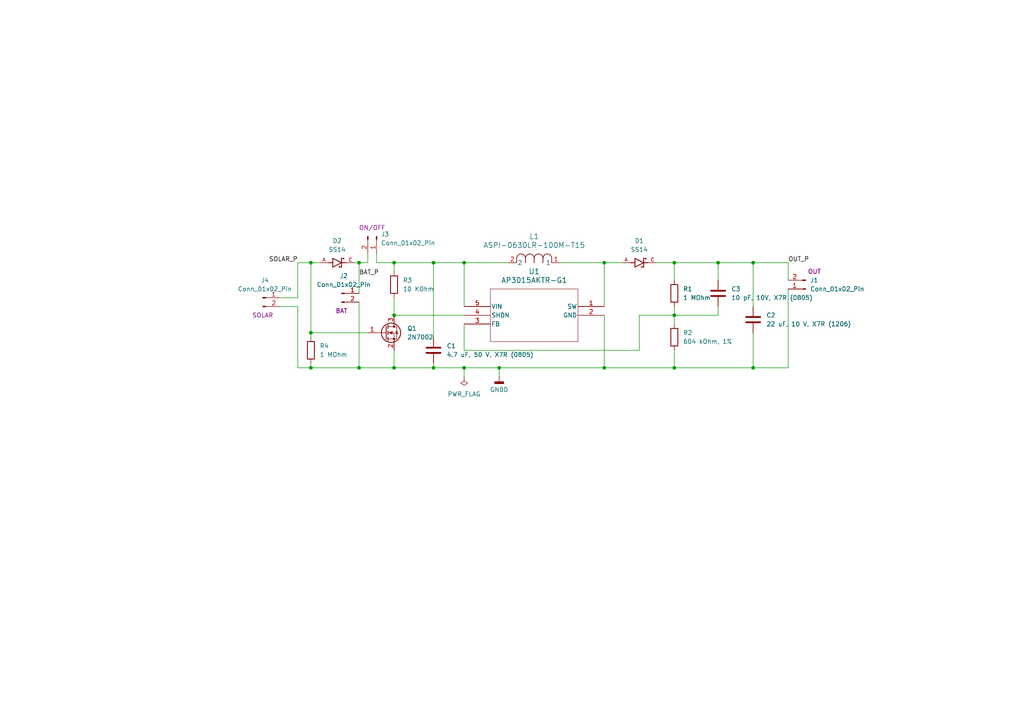
<source format=kicad_sch>
(kicad_sch (version 20250114) (generator "eeschema") (generator_version "9.0")
  (paper "A4")
  (title_block (title "Tiny Solar Power Supply") (date "2025-08-19") (rev "1.0") (company "https://www.michellemaia.com") (comment 1 "Designed by Clemens Valens for Elektor"))
  (lib_symbols
    (symbol "AP3015AKTR-G1:AP3015AKTR-G1" (pin_names (offset 0.254))
      (property "Reference" "U1" (at 20.32 10.16 0))
      (property "Value" "AP3015AKTR-G1" (at 20.32 7.62 0))
      (symbol "AP3015AKTR-G1_0_1"
        (polyline (pts (xy 7.62 5.08) (xy 7.62 -10.16)) (stroke (width 0.127)))
        (polyline (pts (xy 7.62 -10.16) (xy 33.02 -10.16)) (stroke (width 0.127)))
        (polyline (pts (xy 33.02 5.08) (xy 7.62 5.08)) (stroke (width 0.127)))
        (polyline (pts (xy 33.02 -10.16) (xy 33.02 5.08)) (stroke (width 0.127)))
      )
      (symbol "AP3015AKTR-G1_1_1"
        (pin output line (at 0 0 0) (length 7.62) (name "SW") (number "1"))
        (pin power_in line (at 0 -2.54 0) (length 7.62) (name "GND") (number "2"))
        (pin input line (at 40.64 0 180) (length 7.62) (name "VIN") (number "5"))
        (pin input line (at 40.64 -2.54 180) (length 7.62) (name "SHDN") (number "4"))
        (pin input line (at 40.64 -5.08 180) (length 7.62) (name "FB") (number "3"))
      )
    )
    (symbol "ASPI-0630LR-100M-T15:ASPI-0630LR-100M-T15" (pin_names (offset 0.254))
      (property "Reference" "L1" (at 7.62 7.62 0))
      (property "Value" "ASPI-0630LR-100M-T15" (at 7.62 5.08 0))
      (symbol "ASPI-0630LR-100M-T15_1_1"
        (polyline (pts (xy 2.54 0) (xy 2.54 1.27)) (stroke (width 0.2032)))
        (arc (start 2.54 1.27) (mid 3.81 2.5344) (end 5.08 1.27) (stroke (width 0.2032)))
        (polyline (pts (xy 5.08 0) (xy 5.08 1.27)) (stroke (width 0.2032)))
        (arc (start 5.08 1.27) (mid 6.35 2.5344) (end 7.62 1.27) (stroke (width 0.2032)))
        (polyline (pts (xy 7.62 0) (xy 7.62 1.27)) (stroke (width 0.2032)))
        (arc (start 7.62 1.27) (mid 8.89 2.5344) (end 10.16 1.27) (stroke (width 0.2032)))
        (polyline (pts (xy 10.16 0) (xy 10.16 1.27)) (stroke (width 0.2032)))
        (arc (start 10.16 1.27) (mid 11.43 2.5344) (end 12.7 1.27) (stroke (width 0.2032)))
        (polyline (pts (xy 12.7 0) (xy 12.7 1.27)) (stroke (width 0.2032)))
        (pin passive line (at 0 0 0) (length 2.54) (name "2") (number "2"))
        (pin passive line (at 15.24 0 180) (length 2.54) (name "1") (number "1"))
      )
      (symbol "ASPI-0630LR-100M-T15_1_2"
        (arc (start -1.27 10.16) (mid -2.5344 11.43) (end -1.27 12.7) (stroke (width 0.2032)))
        (arc (start -1.27 7.62) (mid -2.5344 8.89) (end -1.27 10.16) (stroke (width 0.2032)))
        (arc (start -1.27 5.08) (mid -2.5344 6.35) (end -1.27 7.62) (stroke (width 0.2032)))
        (arc (start -1.27 2.54) (mid -2.5344 3.81) (end -1.27 5.08) (stroke (width 0.2032)))
        (polyline (pts (xy 0 12.7) (xy -1.27 12.7)) (stroke (width 0.2032)))
        (polyline (pts (xy 0 10.16) (xy -1.27 10.16)) (stroke (width 0.2032)))
        (polyline (pts (xy 0 7.62) (xy -1.27 7.62)) (stroke (width 0.2032)))
        (polyline (pts (xy 0 5.08) (xy -1.27 5.08)) (stroke (width 0.2032)))
        (polyline (pts (xy 0 2.54) (xy -1.27 2.54)) (stroke (width 0.2032)))
        (pin unspecified line (at 0 15.24 270) (length 2.54) (name "1") (number "1"))
        (pin unspecified line (at 0 0 90) (length 2.54) (name "2") (number "2"))
      )
    )
    (symbol "Connector:Conn_01x02_Pin" (pin_names (offset 1.016) (hide yes))
      (property "Reference" "J" (at 0 2.54 0))
      (property "Value" "Conn_01x02_Pin" (at 0 -5.08 0))
      (symbol "Conn_01x02_Pin_1_1"
        (rectangle (start 0.8636 0.127) (end 0 -0.127) (stroke (width 0.1524)) (fill (type outline)))
        (rectangle (start 0.8636 -2.413) (end 0 -2.667) (stroke (width 0.1524)) (fill (type outline)))
        (polyline (pts (xy 1.27 0) (xy 0.8636 0)) (stroke (width 0.1524)))
        (polyline (pts (xy 1.27 -2.54) (xy 0.8636 -2.54)) (stroke (width 0.1524)))
        (pin passive line (at 5.08 0 180) (length 3.81) (name "Pin_1") (number "1"))
        (pin passive line (at 5.08 -2.54 180) (length 3.81) (name "Pin_2") (number "2"))
      )
    )
    (symbol "Device:C" (pin_numbers (hide yes)) (pin_names (offset 0.254))
      (property "Reference" "C" (at 0.635 2.54 0))
      (property "Value" "C" (at 0.635 -2.54 0))
      (symbol "C_0_1"
        (polyline (pts (xy -2.032 0.762) (xy 2.032 0.762)) (stroke (width 0.508)))
        (polyline (pts (xy -2.032 -0.762) (xy 2.032 -0.762)) (stroke (width 0.508)))
      )
      (symbol "C_1_1"
        (pin passive line (at 0 3.81 270) (length 2.794) (name "~") (number "1"))
        (pin passive line (at 0 -3.81 90) (length 2.794) (name "~") (number "2"))
      )
    )
    (symbol "Device:R" (pin_numbers (hide yes)) (pin_names (offset 0))
      (property "Reference" "R" (at 2.032 0 90))
      (property "Value" "R" (at 0 0 90))
      (symbol "R_0_1"
        (rectangle (start -1.016 -2.54) (end 1.016 2.54) (stroke (width 0.254)))
      )
      (symbol "R_1_1"
        (pin passive line (at 0 3.81 270) (length 1.27) (name "~") (number "1"))
        (pin passive line (at 0 -3.81 90) (length 1.27) (name "~") (number "2"))
      )
    )
    (symbol "SS14:SS14" (pin_names (offset 1.016))
      (property "Reference" "D" (at -5.08 2.54 0))
      (property "Value" "SS14" (at -5.08 -3.81 0))
      (symbol "SS14_0_0"
        (polyline (pts (xy -2.54 0) (xy -1.27 0)) (stroke (width 0.254)))
        (polyline (pts (xy -1.27 1.27) (xy -1.27 0)) (stroke (width 0.254)))
        (polyline (pts (xy -1.27 0) (xy -1.27 -1.27)) (stroke (width 0.254)))
        (polyline (pts (xy -1.27 -1.27) (xy 1.27 0)) (stroke (width 0.254)))
        (polyline (pts (xy 0.635 -1.016) (xy 0.635 -1.27)) (stroke (width 0.254)))
        (polyline (pts (xy 1.27 1.27) (xy 1.27 0)) (stroke (width 0.254)))
        (polyline (pts (xy 1.27 0) (xy -1.27 1.27)) (stroke (width 0.254)))
        (polyline (pts (xy 1.27 0) (xy 1.27 -1.27)) (stroke (width 0.254)))
        (polyline (pts (xy 1.27 -1.27) (xy 0.635 -1.27)) (stroke (width 0.254)))
        (polyline (pts (xy 1.905 1.27) (xy 1.27 1.27)) (stroke (width 0.254)))
        (polyline (pts (xy 1.905 1.27) (xy 1.905 1.016)) (stroke (width 0.254)))
        (polyline (pts (xy 2.54 0) (xy 1.27 0)) (stroke (width 0.254)))
        (pin passive line (at -5.08 0 0) (length 2.54) (name "~") (number "A"))
        (pin passive line (at 5.08 0 180) (length 2.54) (name "~") (number "C"))
      )
    )
    (symbol "Transistor_FET:2N7002" (pin_names (offset 0) (hide yes))
      (property "Reference" "Q" (at 5.08 1.905 0))
      (property "Value" "2N7002" (at 5.08 0 0))
      (symbol "2N7002_0_1"
        (polyline (pts (xy 0.254 1.905) (xy 0.254 -1.905)) (stroke (width 0.254)))
        (polyline (pts (xy 0.254 0) (xy -2.54 0)))
        (polyline (pts (xy 0.762 2.286) (xy 0.762 1.27)) (stroke (width 0.254)))
        (polyline (pts (xy 0.762 0.508) (xy 0.762 -0.508)) (stroke (width 0.254)))
        (polyline (pts (xy 0.762 -1.27) (xy 0.762 -2.286)) (stroke (width 0.254)))
        (polyline (pts (xy 0.762 -1.778) (xy 3.302 -1.778) (xy 3.302 1.778) (xy 0.762 1.778)))
        (polyline (pts (xy 1.016 0) (xy 2.032 0.381) (xy 2.032 -0.381) (xy 1.016 0)) (fill (type outline)))
        (circle (center 1.651 0) (radius 2.794) (stroke (width 0.254)))
        (polyline (pts (xy 2.54 2.54) (xy 2.54 1.778)))
        (circle (center 2.54 1.778) (radius 0.254) (fill (type outline)))
        (circle (center 2.54 -1.778) (radius 0.254) (fill (type outline)))
        (polyline (pts (xy 2.54 -2.54) (xy 2.54 0) (xy 0.762 0)))
        (polyline (pts (xy 2.921 0.381) (xy 3.683 0.381)))
        (polyline (pts (xy 3.302 0.381) (xy 2.921 -0.254) (xy 3.683 -0.254) (xy 3.302 0.381)))
      )
      (symbol "2N7002_1_1"
        (pin input line (at -5.08 0 0) (length 2.54) (name "G") (number "1"))
        (pin passive line (at 2.54 5.08 270) (length 2.54) (name "D") (number "3"))
        (pin passive line (at 2.54 -5.08 90) (length 2.54) (name "S") (number "2"))
      )
    )
    (symbol "power:GNDD" (power) (pin_numbers (hide yes)) (pin_names (offset 0) (hide yes))
      (property "Value" "GNDD" (at 0 -3.175 0))
      (symbol "GNDD_0_1"
        (rectangle (start -1.27 -1.524) (end 1.27 -2.032) (stroke (width 0.254)) (fill (type outline)))
        (polyline (pts (xy 0 0) (xy 0 -1.524)))
      )
      (symbol "GNDD_1_1"
        (pin power_in line (at 0 0 270) (length 0) (name "~") (number "1"))
      )
    )
    (symbol "power:PWR_FLAG" (power) (pin_numbers (hide yes)) (pin_names (offset 0) (hide yes))
      (property "Value" "PWR_FLAG" (at 0 3.81 0))
      (symbol "PWR_FLAG_0_0"
        (pin power_out line (at 0 0 90) (length 0) (name "~") (number "1"))
      )
      (symbol "PWR_FLAG_0_1"
        (polyline (pts (xy 0 0) (xy 0 1.27) (xy -1.016 1.905) (xy 0 2.54) (xy 1.016 1.905) (xy 0 1.27)))
      )
    )
  )
  (junction (at 90.17 106.68))
  (junction (at 208.28 76.2))
  (junction (at 114.3 106.68))
  (junction (at 125.73 76.2))
  (junction (at 104.14 76.2))
  (junction (at 90.17 96.52))
  (junction (at 104.14 106.68))
  (junction (at 144.78 106.68))
  (junction (at 218.44 76.2))
  (junction (at 175.26 106.68))
  (junction (at 195.58 76.2))
  (junction (at 195.58 106.68))
  (junction (at 114.3 76.2))
  (junction (at 218.44 106.68))
  (junction (at 90.17 76.2))
  (junction (at 125.73 106.68))
  (junction (at 175.26 76.2))
  (junction (at 134.62 76.2))
  (junction (at 114.3 91.44))
  (junction (at 195.58 91.44))
  (junction (at 134.62 106.68))
  (wire (pts (xy 134.62 76.2) (xy 134.62 88.9)))
  (wire (pts (xy 195.58 106.68) (xy 218.44 106.68)))
  (wire (pts (xy 104.14 87.63) (xy 104.14 106.68)))
  (wire (pts (xy 114.3 101.6) (xy 114.3 106.68)))
  (wire (pts (xy 102.87 76.2) (xy 104.14 76.2)))
  (wire (pts (xy 114.3 106.68) (xy 125.73 106.68)))
  (wire (pts (xy 86.36 88.9) (xy 86.36 106.68)))
  (wire (pts (xy 162.56 76.2) (xy 175.26 76.2)))
  (wire (pts (xy 114.3 86.36) (xy 114.3 91.44)))
  (wire (pts (xy 86.36 76.2) (xy 90.17 76.2)))
  (wire (pts (xy 134.62 101.6) (xy 185.42 101.6)))
  (wire (pts (xy 134.62 76.2) (xy 147.32 76.2)))
  (wire (pts (xy 81.28 86.36) (xy 86.36 86.36)))
  (wire (pts (xy 175.26 106.68) (xy 195.58 106.68)))
  (wire (pts (xy 81.28 88.9) (xy 86.36 88.9)))
  (wire (pts (xy 90.17 97.79) (xy 90.17 96.52)))
  (wire (pts (xy 90.17 106.68) (xy 90.17 105.41)))
  (wire (pts (xy 125.73 105.41) (xy 125.73 106.68)))
  (wire (pts (xy 185.42 91.44) (xy 195.58 91.44)))
  (wire (pts (xy 86.36 86.36) (xy 86.36 76.2)))
  (wire (pts (xy 195.58 88.9) (xy 195.58 91.44)))
  (wire (pts (xy 175.26 76.2) (xy 180.34 76.2)))
  (wire (pts (xy 114.3 78.74) (xy 114.3 76.2)))
  (wire (pts (xy 125.73 97.79) (xy 125.73 76.2)))
  (wire (pts (xy 114.3 91.44) (xy 134.62 91.44)))
  (wire (pts (xy 195.58 101.6) (xy 195.58 106.68)))
  (wire (pts (xy 134.62 93.98) (xy 134.62 101.6)))
  (wire (pts (xy 86.36 106.68) (xy 90.17 106.68)))
  (wire (pts (xy 185.42 101.6) (xy 185.42 91.44)))
  (wire (pts (xy 218.44 88.9) (xy 218.44 76.2)))
  (wire (pts (xy 134.62 106.68) (xy 125.73 106.68)))
  (wire (pts (xy 104.14 76.2) (xy 106.68 76.2)))
  (wire (pts (xy 106.68 96.52) (xy 90.17 96.52)))
  (wire (pts (xy 228.6 81.28) (xy 228.6 76.2)))
  (wire (pts (xy 190.5 76.2) (xy 195.58 76.2)))
  (wire (pts (xy 90.17 76.2) (xy 90.17 96.52)))
  (wire (pts (xy 125.73 76.2) (xy 134.62 76.2)))
  (wire (pts (xy 125.73 76.2) (xy 114.3 76.2)))
  (wire (pts (xy 104.14 76.2) (xy 104.14 85.09)))
  (wire (pts (xy 195.58 91.44) (xy 195.58 93.98)))
  (wire (pts (xy 195.58 76.2) (xy 195.58 81.28)))
  (wire (pts (xy 195.58 76.2) (xy 208.28 76.2)))
  (wire (pts (xy 106.68 76.2) (xy 106.68 73.66)))
  (wire (pts (xy 218.44 106.68) (xy 228.6 106.68)))
  (wire (pts (xy 144.78 106.68) (xy 144.78 109.22)))
  (wire (pts (xy 208.28 81.28) (xy 208.28 76.2)))
  (wire (pts (xy 92.71 76.2) (xy 90.17 76.2)))
  (wire (pts (xy 208.28 91.44) (xy 195.58 91.44)))
  (wire (pts (xy 144.78 106.68) (xy 134.62 106.68)))
  (wire (pts (xy 90.17 106.68) (xy 104.14 106.68)))
  (wire (pts (xy 208.28 76.2) (xy 218.44 76.2)))
  (wire (pts (xy 114.3 106.68) (xy 104.14 106.68)))
  (wire (pts (xy 228.6 76.2) (xy 218.44 76.2)))
  (wire (pts (xy 175.26 88.9) (xy 175.26 76.2)))
  (wire (pts (xy 109.22 73.66) (xy 109.22 76.2)))
  (wire (pts (xy 175.26 106.68) (xy 144.78 106.68)))
  (wire (pts (xy 109.22 76.2) (xy 114.3 76.2)))
  (wire (pts (xy 175.26 91.44) (xy 175.26 106.68)))
  (wire (pts (xy 218.44 96.52) (xy 218.44 106.68)))
  (wire (pts (xy 134.62 106.68) (xy 134.62 109.22)))
  (wire (pts (xy 208.28 88.9) (xy 208.28 91.44)))
  (wire (pts (xy 228.6 83.82) (xy 228.6 106.68)))
  (label "BAT_P" (at 104.14 80.01 0))
  (label "OUT_P" (at 228.6 76.2 0))
  (label "SOLAR_P" (at 86.36 76.2 180))
  (symbol (lib_id "Device:C") (at 125.73 101.6 0) (unit 1)
    (property "Reference" "C1" (at 129.54 100.3299 0) (effects (justify left)))
    (property "Value" "4.7 uF, 50 V, X7R (0805)" (at 129.54 102.8699 0) (effects (justify left)))
    (property "Footprint" "Capacitor_SMD:C_0805_2012Metric" (effects (hide yes)))
    (property "Description" "Unpolarized capacitor" (effects (hide yes)))
  )
  (symbol (lib_id "power:GNDD") (at 144.78 109.22 0) (unit 1)
    (property "Reference" "#PWR01" (effects (hide yes)))
    (property "Value" "GNDD" (at 144.78 113.03 0))
    (property "Description" "Power symbol creates a global label with name \"GNDD\" , digital ground" (effects (hide yes)))
  )
  (symbol (lib_id "SS14:SS14") (at 185.42 76.2 0) (unit 1)
    (property "Reference" "D1" (at 185.42 69.85 0))
    (property "Value" "SS14" (at 185.42 72.39 0))
    (property "Footprint" "SS14:DIOM4325X250N" (effects (hide yes)))
    (property "MF" "Taiwan Semiconductor" (effects (hide yes)))
    (property "MAXIMUM_PACKAGE_HEIGHT" "2.5 mm" (effects (hide yes)))
    (property "Package" "SMA-2 Taiwan Semiconductor" (effects (hide yes)))
    (property "Price" "None" (effects (hide yes)))
    (property "Check_prices" "https://www.snapeda.com/parts/SS14/taiwan/view-part/?ref=eda" (effects (hide yes)))
    (property "STANDARD" "IPC-7351B" (effects (hide yes)))
    (property "PARTREV" "O2102" (effects (hide yes)))
    (property "SnapEDA_Link" "https://www.snapeda.com/parts/SS14/taiwan/view-part/?ref=snap" (effects (hide yes)))
    (property "MP" "SS14" (effects (hide yes)))
    (property "Description_1" "1A, 40V, Schottky Rectifier" (effects (hide yes)))
    (property "Availability" "In Stock" (effects (hide yes)))
    (property "MANUFACTURER" "Taiwan Semiconductor" (effects (hide yes)))
  )
  (symbol (lib_id "Device:R") (at 195.58 97.79 0) (unit 1)
    (property "Reference" "R2" (at 198.12 96.5199 0) (effects (justify left)))
    (property "Value" "604 kOhm, 1%" (at 198.12 99.0599 0) (effects (justify left)))
    (property "Footprint" "Resistor_SMD:R_0805_2012Metric" (effects (hide yes)))
    (property "Description" "Resistor" (effects (hide yes)))
  )
  (symbol (lib_id "Device:R") (at 195.58 85.09 0) (unit 1)
    (property "Reference" "R1" (at 198.12 83.8199 0) (effects (justify left)))
    (property "Value" "1 MOhm" (at 198.12 86.3599 0) (effects (justify left)))
    (property "Footprint" "Resistor_SMD:R_0805_2012Metric" (effects (hide yes)))
    (property "Description" "Resistor" (effects (hide yes)))
  )
  (symbol (lib_id "Connector:Conn_01x02_Pin") (at 109.22 68.58 270) (unit 1)
    (property "Reference" "J3" (at 110.49 67.9449 90) (effects (justify left)))
    (property "Value" "Conn_01x02_Pin" (at 110.49 70.4849 90) (effects (justify left)))
    (property "Footprint" "Connector_PinHeader_2.54mm:PinHeader_1x02_P2.54mm_Vertical" (effects (hide yes)))
    (property "Description" "Generic connector, single row, 01x02, script generated" (effects (hide yes)))
    (property "Short description" "ON/OFF" (at 107.95 66.04 90))
  )
  (symbol (lib_id "Connector:Conn_01x02_Pin") (at 76.2 86.36 0) (unit 1)
    (property "Reference" "J4" (at 76.835 81.28 0))
    (property "Value" "Conn_01x02_Pin" (at 76.835 83.82 0))
    (property "Footprint" "Connector_PinHeader_2.54mm:PinHeader_1x02_P2.54mm_Horizontal" (effects (hide yes)))
    (property "Description" "Generic connector, single row, 01x02, script generated" (effects (hide yes)))
    (property "Short description" "SOLAR" (at 76.2 91.44 0))
  )
  (symbol (lib_id "AP3015AKTR-G1:AP3015AKTR-G1") (at 175.26 88.9 0) (mirror y) (unit 1)
    (property "Reference" "U1" (at 154.94 78.74 0) (effects (font (size 1.524 1.524))))
    (property "Value" "AP3015AKTR-G1" (at 154.94 81.28 0) (effects (font (size 1.524 1.524))))
    (property "Footprint" "AP3015AKTR-G1:SOT23-5_1P55X2P9_DIO" (effects (hide yes)))
    (property "Datasheet" "AP3015AKTR-G1" (effects (hide yes)))
  )
  (symbol (lib_id "SS14:SS14") (at 97.79 76.2 0) (unit 1)
    (property "Reference" "D2" (at 97.79 69.85 0))
    (property "Value" "SS14" (at 97.79 72.39 0))
    (property "Footprint" "SS14:DIOM4325X250N" (effects (hide yes)))
    (property "MF" "Taiwan Semiconductor" (effects (hide yes)))
    (property "MAXIMUM_PACKAGE_HEIGHT" "2.5 mm" (effects (hide yes)))
    (property "Package" "SMA-2 Taiwan Semiconductor" (effects (hide yes)))
    (property "Price" "None" (effects (hide yes)))
    (property "Check_prices" "https://www.snapeda.com/parts/SS14/taiwan/view-part/?ref=eda" (effects (hide yes)))
    (property "STANDARD" "IPC-7351B" (effects (hide yes)))
    (property "PARTREV" "O2102" (effects (hide yes)))
    (property "SnapEDA_Link" "https://www.snapeda.com/parts/SS14/taiwan/view-part/?ref=snap" (effects (hide yes)))
    (property "MP" "SS14" (effects (hide yes)))
    (property "Description_1" "1A, 40V, Schottky Rectifier" (effects (hide yes)))
    (property "Availability" "In Stock" (effects (hide yes)))
    (property "MANUFACTURER" "Taiwan Semiconductor" (effects (hide yes)))
  )
  (symbol (lib_id "Connector:Conn_01x02_Pin") (at 233.68 83.82 180) (unit 1)
    (property "Reference" "J1" (at 234.95 81.2799 0) (effects (justify right)))
    (property "Value" "Conn_01x02_Pin" (at 234.95 83.8199 0) (effects (justify right)))
    (property "Footprint" "Connector_PinHeader_2.54mm:PinHeader_1x02_P2.54mm_Vertical" (effects (hide yes)))
    (property "Description" "Generic connector, single row, 01x02, script generated" (effects (hide yes)))
    (property "Short description" "OUT" (at 236.22 78.74 0))
  )
  (symbol (lib_id "Connector:Conn_01x02_Pin") (at 99.06 85.09 0) (unit 1)
    (property "Reference" "J2" (at 99.695 80.01 0))
    (property "Value" "Conn_01x02_Pin" (at 99.695 82.55 0))
    (property "Footprint" "Connector_PinHeader_2.54mm:PinHeader_1x02_P2.54mm_Vertical" (effects (hide yes)))
    (property "Description" "Generic connector, single row, 01x02, script generated" (effects (hide yes)))
    (property "Short description" "BAT" (at 99.06 90.17 0))
  )
  (symbol (lib_id "Device:C") (at 218.44 92.71 0) (unit 1)
    (property "Reference" "C2" (at 222.25 91.4399 0) (effects (justify left)))
    (property "Value" "22 uF, 10 V, X7R (1206)" (at 222.25 93.9799 0) (effects (justify left)))
    (property "Footprint" "Capacitor_SMD:C_1206_3216Metric" (effects (hide yes)))
    (property "Description" "Unpolarized capacitor" (effects (hide yes)))
  )
  (symbol (lib_id "ASPI-0630LR-100M-T15:ASPI-0630LR-100M-T15") (at 147.32 76.2 0) (unit 1)
    (property "Reference" "L1" (at 154.94 68.58 0) (effects (font (size 1.524 1.524))))
    (property "Value" "ASPI-0630LR-100M-T15" (at 154.94 71.12 0) (effects (font (size 1.524 1.524))))
    (property "Footprint" "ASPI-0630LR-100M-T15:IND_ASPI-0630LR_ABR" (effects (hide yes)))
    (property "Datasheet" "ASPI-0630LR-100M-T15" (effects (hide yes)))
  )
  (symbol (lib_id "Transistor_FET:2N7002") (at 111.76 96.52 0) (unit 1)
    (property "Reference" "Q1" (at 118.11 95.2499 0) (effects (justify left)))
    (property "Value" "2N7002" (at 118.11 97.7899 0) (effects (justify left)))
    (property "Footprint" "Package_TO_SOT_SMD:SOT-23" (effects (hide yes)))
    (property "Datasheet" "https://www.onsemi.com/pub/Collateral/NDS7002A-D.PDF" (effects (hide yes)))
    (property "Description" "0.115A Id, 60V Vds, N-Channel MOSFET, SOT-23" (effects (hide yes)))
  )
  (symbol (lib_id "power:PWR_FLAG") (at 134.62 109.22 180) (unit 1)
    (property "Reference" "#FLG01" (effects (hide yes)))
    (property "Value" "PWR_FLAG" (at 134.62 114.3 0))
    (property "Description" "Special symbol for telling ERC where power comes from" (effects (hide yes)))
  )
  (symbol (lib_id "Device:R") (at 114.3 82.55 0) (unit 1)
    (property "Reference" "R3" (at 116.84 81.2799 0) (effects (justify left)))
    (property "Value" "10 KOhm" (at 116.84 83.8199 0) (effects (justify left)))
    (property "Footprint" "Resistor_SMD:R_0805_2012Metric" (effects (hide yes)))
    (property "Description" "Resistor" (effects (hide yes)))
  )
  (symbol (lib_id "Device:R") (at 90.17 101.6 0) (unit 1)
    (property "Reference" "R4" (at 92.71 100.3299 0) (effects (justify left)))
    (property "Value" "1 MOhm" (at 92.71 102.8699 0) (effects (justify left)))
    (property "Footprint" "Resistor_SMD:R_0805_2012Metric" (effects (hide yes)))
    (property "Description" "Resistor" (effects (hide yes)))
  )
  (symbol (lib_id "Device:C") (at 208.28 85.09 0) (unit 1)
    (property "Reference" "C3" (at 212.09 83.8199 0) (effects (justify left)))
    (property "Value" "10 pF, 10V, X7R (0805)" (at 212.09 86.3599 0) (effects (justify left)))
    (property "Footprint" "Capacitor_SMD:C_0805_2012Metric" (effects (hide yes)))
    (property "Description" "Unpolarized capacitor" (effects (hide yes)))
  )
)
</source>
